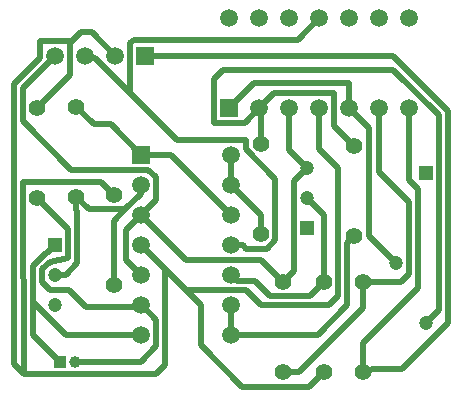
<source format=gbr>
%TF.GenerationSoftware,Altium Limited,Altium Designer,23.11.1 (41)*%
G04 Layer_Physical_Order=2*
G04 Layer_Color=16711680*
%FSLAX45Y45*%
%MOMM*%
%TF.SameCoordinates,34E30776-E539-4141-9B1E-1B59BE426CC6*%
%TF.FilePolarity,Positive*%
%TF.FileFunction,Copper,L2,Bot,Signal*%
%TF.Part,Single*%
G01*
G75*
%TA.AperFunction,ComponentPad*%
%ADD10C,1.40000*%
%ADD11C,1.20000*%
%ADD12R,1.20000X1.20000*%
%ADD13R,1.00000X1.00000*%
%ADD14C,1.00000*%
%ADD15C,1.50000*%
%ADD16R,1.50000X1.50000*%
%ADD17R,1.50000X1.50000*%
%TA.AperFunction,Conductor*%
%ADD18C,0.50000*%
D10*
X9118600Y7391400D02*
D03*
Y6629400D02*
D03*
X6692900Y8877300D02*
D03*
Y8115300D02*
D03*
X8445500Y7391400D02*
D03*
Y6629400D02*
D03*
X6362700Y8864600D02*
D03*
Y8102600D02*
D03*
X7010400Y8128000D02*
D03*
Y7366000D02*
D03*
X8255000Y8559800D02*
D03*
Y7797800D02*
D03*
X9042400Y8547100D02*
D03*
Y7785100D02*
D03*
X8788400Y6629400D02*
D03*
Y7391400D02*
D03*
D11*
X6514602Y7200900D02*
D03*
Y7454900D02*
D03*
X9398000Y7556500D02*
D03*
X9652000Y7048500D02*
D03*
X8648700Y8356600D02*
D03*
Y8102600D02*
D03*
D12*
X6514602Y7708900D02*
D03*
X9652000Y8318500D02*
D03*
X8648700Y7848600D02*
D03*
D13*
X6553200Y6718300D02*
D03*
D14*
X6680200D02*
D03*
D15*
X8001000Y6946900D02*
D03*
Y7200900D02*
D03*
Y7454900D02*
D03*
Y7708900D02*
D03*
Y7962900D02*
D03*
Y8216900D02*
D03*
Y8470900D02*
D03*
X7239000Y6946900D02*
D03*
Y7200900D02*
D03*
Y7454900D02*
D03*
Y7708900D02*
D03*
Y7962900D02*
D03*
Y8216900D02*
D03*
X9512300Y9626600D02*
D03*
X9258300D02*
D03*
X9004300D02*
D03*
X8750300D02*
D03*
X8496300D02*
D03*
X8242300D02*
D03*
X7988300D02*
D03*
X9512300Y8864600D02*
D03*
X9258300D02*
D03*
X9004300D02*
D03*
X8750300D02*
D03*
X8496300D02*
D03*
X8242300D02*
D03*
X6515100Y9309100D02*
D03*
X6769100D02*
D03*
X7023100D02*
D03*
D16*
X7239000Y8470900D02*
D03*
X7277100Y9309100D02*
D03*
D17*
X7988300Y8864600D02*
D03*
D18*
X7150100Y9414430D02*
X7179390Y9443720D01*
X7150100Y9017000D02*
Y9414430D01*
X6851734Y9289966D02*
X7137400Y9004300D01*
X6769100Y9309100D02*
X6788234Y9289966D01*
X7543800Y8597900D02*
X8125460D01*
X6788234Y9289966D02*
X6851734D01*
X7137400Y9004300D02*
X7543800Y8597900D01*
X7179390Y9443720D02*
X8567420D01*
X7137400Y9004300D02*
X7150100Y9017000D01*
X9448800Y6654800D02*
X9839960Y7045960D01*
X9118600Y6629400D02*
X9135821Y6646621D01*
X9839960Y7045960D02*
Y8841740D01*
X9135821Y6646621D02*
X9184710D01*
X9192890Y6654800D01*
X9448800D01*
X7277100Y9309100D02*
X9372600D01*
X9839960Y8841740D01*
X9652000Y7048500D02*
X9762400Y7158900D01*
X7937500Y9189720D02*
X9377680D01*
X9762400Y7158900D02*
Y8805000D01*
X9377680Y9189720D02*
X9762400Y8805000D01*
X9118600Y6878320D02*
X9585960Y7345680D01*
Y8178800D01*
X9512300Y8252460D02*
X9585960Y8178800D01*
X9441180Y7391400D02*
X9509760Y7459980D01*
X9258300Y8323834D02*
X9509760Y8072374D01*
X9118600Y7391400D02*
X9441180D01*
X9512300Y8252460D02*
Y8864600D01*
X9509760Y7459980D02*
Y8072374D01*
X6324600Y6946900D02*
Y7226300D01*
X7239000Y7200900D02*
X7263074Y7176826D01*
X6777934D02*
X7263074D01*
X7010400Y7912100D02*
X7105899Y8007599D01*
X8255000Y8559800D02*
Y8864600D01*
X7621600Y7326300D02*
X7748544Y7199356D01*
X7442200Y7505700D02*
X7621600Y7326300D01*
X6649720Y9428480D02*
X6731000Y9509760D01*
X6642100Y9420860D02*
X6649720Y9428480D01*
X8001000Y7150903D02*
X8015361D01*
X6240780Y9034780D02*
X6515100Y9309100D01*
X6240780Y8752840D02*
Y9034780D01*
Y8752840D02*
X6649720Y8343900D01*
X7302500D01*
X7366000Y8280400D01*
Y8089900D02*
Y8280400D01*
X7239000Y7962900D02*
X7366000Y8089900D01*
X8445500Y7391400D02*
X8536940Y7482840D01*
Y8244840D01*
X8648700Y8356600D01*
X8496300Y8509000D02*
X8648700Y8356600D01*
X8496300Y8509000D02*
Y8864600D01*
X7239000Y7962900D02*
X7620000Y7581900D01*
X8255000D01*
X8445500Y7391400D01*
X6362700Y8102600D02*
X6625006Y7840294D01*
Y7598496D02*
Y7840294D01*
X6465788Y7565304D02*
X6625006Y7598496D01*
X6404204Y7503719D02*
X6465788Y7565304D01*
X6404204Y7389485D02*
Y7503719D01*
Y7389485D02*
X6465788Y7327900D01*
X6626860D01*
X6777934Y7176826D01*
X7263074D02*
X7366000Y7073900D01*
X7237405Y6718300D02*
X7366000Y6846895D01*
X9118600Y6629400D02*
Y6878320D01*
X8255000Y7797800D02*
Y7962900D01*
X8001000Y8216900D02*
X8255000Y7962900D01*
X8877300Y8712200D02*
X9042400Y8547100D01*
X8877300Y8712200D02*
Y8991600D01*
X8369300D02*
X8877300D01*
X8242300Y8864600D02*
X8369300Y8991600D01*
X7239000Y8470900D02*
X7493000D01*
X8001000Y7962900D01*
X9004300Y8864600D02*
X9171940Y8696960D01*
Y7782560D02*
Y8696960D01*
Y7782560D02*
X9398000Y7556500D01*
X7442200Y6692900D02*
Y7505700D01*
X7366000Y6616700D02*
X7442200Y6692900D01*
X6240780Y8237220D02*
X6248400Y6616700D01*
X6240780Y8237220D02*
X6901180D01*
X7010400Y8128000D01*
X6362700Y8864600D02*
X6642100Y9144000D01*
Y9420860D01*
Y9436100D02*
X6649720Y9428480D01*
X6388100Y9436100D02*
X6642100D01*
X6388100Y9288734D02*
Y9436100D01*
X6164580Y9065214D02*
X6388100Y9288734D01*
X6164580Y6700520D02*
Y9065214D01*
Y6700520D02*
X6248400Y6616700D01*
X7366000D01*
X7239000Y7708900D02*
X7442200Y7505700D01*
X6731000Y9509760D02*
X6822440D01*
X7023100Y9309100D01*
X8666480Y6507480D02*
X8788400Y6629400D01*
X8099064Y6507480D02*
X8666480D01*
X7748544Y6858000D02*
X8099064Y6507480D01*
X7748544Y6858000D02*
Y7199356D01*
X8001000Y7708900D02*
X8100060D01*
X8133080Y7675880D01*
X8305800D01*
X8376920Y7747000D01*
Y8265160D01*
X8125460Y8516620D02*
X8376920Y8265160D01*
X8125460Y8516620D02*
Y8597900D01*
X8567420Y9443720D02*
X8750300Y9626600D01*
X8001000Y6946900D02*
X8735507D01*
X8984204Y7195596D01*
Y7726904D01*
X9042400Y7785100D01*
X8648700Y8102600D02*
X8788400Y7962900D01*
Y7391400D02*
Y7962900D01*
X9118600Y7170994D02*
Y7391400D01*
X8577006Y6629400D02*
X9118600Y7170994D01*
X8445500Y6629400D02*
X8577006D01*
X9258300Y8323834D02*
Y8864600D01*
X8001000Y7200900D02*
X8015361Y7186539D01*
Y7150903D02*
Y7186539D01*
X8001000Y6946900D02*
Y7150903D01*
X8667999Y7270999D02*
X8788400Y7391400D01*
X8332506Y7270999D02*
X8667999D01*
X8201802Y7401702D02*
X8332506Y7270999D01*
X8054198Y7401702D02*
X8201802D01*
X8001000Y7454900D02*
X8054198Y7401702D01*
X7621600Y7326300D02*
X8126400D01*
X8257103Y7195596D01*
X8833399D01*
X8908801Y7270999D01*
Y8358119D01*
X8750300Y8516620D02*
X8908801Y8358119D01*
X8750300Y8516620D02*
Y8864600D01*
X9004300D02*
Y9075420D01*
X8199120D02*
X9004300D01*
X7988300Y8864600D02*
X8199120Y9075420D01*
X8242300Y8864600D02*
X8255000D01*
X7861300Y9113520D02*
X7937500Y9189720D01*
X7861300Y8739200D02*
Y9113520D01*
Y8739200D02*
X8116900D01*
X8242300Y8864600D01*
X6604000Y6946900D02*
X7239000D01*
X6324600Y7226300D02*
X6604000Y6946900D01*
X6324600Y7226300D02*
Y7530744D01*
Y6946900D02*
X6553200Y6718300D01*
X6324600Y7530744D02*
X6434557Y7640706D01*
X6446408D01*
X6514602Y7708900D01*
X6680200Y6718300D02*
X7237405D01*
X7366000Y6846895D02*
Y7073900D01*
X6982557Y8727343D02*
X7239000Y8470900D01*
X6842857Y8727343D02*
X6982557D01*
X6692900Y8877300D02*
X6842857Y8727343D01*
X7010400Y7366000D02*
Y7912100D01*
X7239000Y8140700D02*
Y8216900D01*
X7112000Y7581900D02*
X7239000Y7454900D01*
X7112000Y7581900D02*
Y7835900D01*
X7239000Y7962900D01*
X6514602Y7454900D02*
X6604000D01*
X6700408Y7551308D01*
Y7990881D01*
X6692900Y7998389D02*
X6700408Y7990881D01*
X6692900Y7998389D02*
Y8115300D01*
X6800601Y8007599D01*
X7105899D01*
X7239000Y8140700D01*
X8001000Y8216900D02*
Y8470900D01*
%TF.MD5,6e814cb50520381e0aafc8a0729e8fca*%
M02*

</source>
